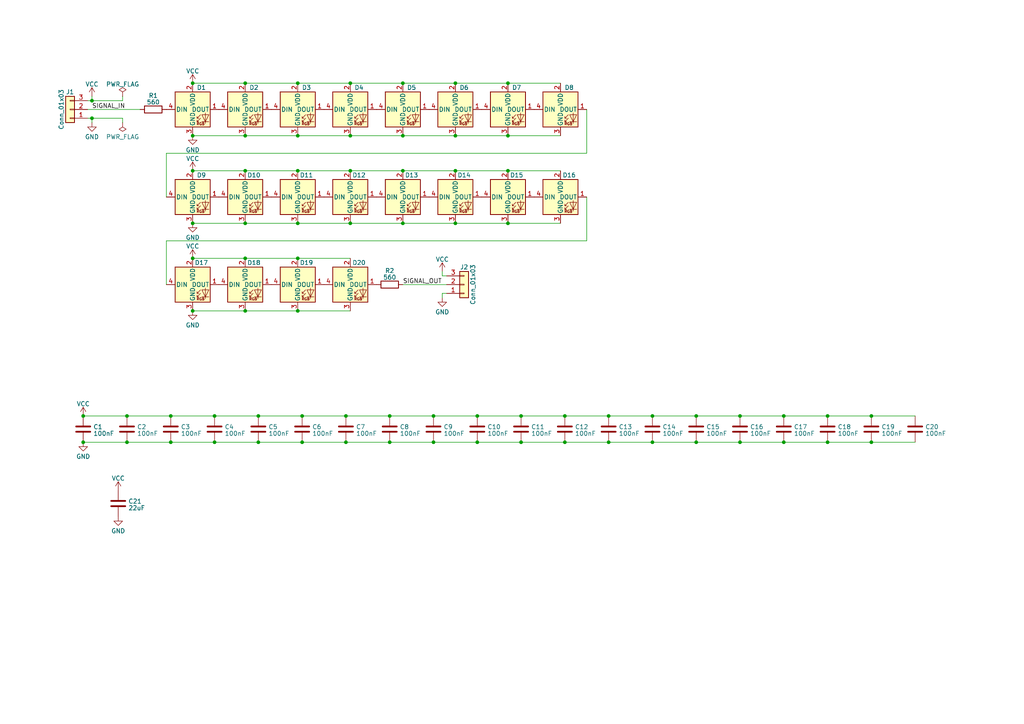
<source format=kicad_sch>
(kicad_sch (version 20230121) (generator eeschema)
  (paper "A4")
  (lib_symbols
    (symbol "Connector_Generic:Conn_01x03" (pin_names (offset 1.016) hide)
      (property "Reference" "J" (at 0 5.08 0))
      (property "Value" "Conn_01x03" (at 0 -5.08 0))
      (symbol "Conn_01x03_1_1"
        (rectangle (start -1.27 -2.413) (end 0 -2.667) (stroke (width 0.1524)))
        (rectangle (start -1.27 0.127) (end 0 -0.127) (stroke (width 0.1524)))
        (rectangle (start -1.27 2.667) (end 0 2.413) (stroke (width 0.1524)))
        (rectangle (start -1.27 3.81) (end 1.27 -3.81) (stroke (width 0.254)) (fill (type background)))
        (pin passive line (at -5.08 2.54 0) (length 3.81) (name "Pin_1") (number "1"))
        (pin passive line (at -5.08 0 0) (length 3.81) (name "Pin_2") (number "2"))
        (pin passive line (at -5.08 -2.54 0) (length 3.81) (name "Pin_3") (number "3"))
      )
    )
    (symbol "Device:C" (pin_numbers hide) (pin_names (offset 0.254))
      (property "Reference" "C" (at 0.635 2.54 0))
      (property "Value" "C" (at 0.635 -2.54 0))
      (symbol "C_0_1"
        (polyline (pts (xy -2.032 -0.762) (xy 2.032 -0.762)) (stroke (width 0.508)))
        (polyline (pts (xy -2.032 0.762) (xy 2.032 0.762)) (stroke (width 0.508)))
      )
      (symbol "C_1_1"
        (pin passive line (at 0 3.81 270) (length 2.794) (name "~") (number "1"))
        (pin passive line (at 0 -3.81 90) (length 2.794) (name "~") (number "2"))
      )
    )
    (symbol "Device:R" (pin_numbers hide) (pin_names (offset 0))
      (property "Reference" "R" (at 2.032 0 90))
      (property "Value" "R" (at 0 0 90))
      (symbol "R_0_1"
        (rectangle (start -1.016 -2.54) (end 1.016 2.54) (stroke (width 0.254)))
      )
      (symbol "R_1_1"
        (pin passive line (at 0 3.81 270) (length 1.27) (name "~") (number "1"))
        (pin passive line (at 0 -3.81 90) (length 1.27) (name "~") (number "2"))
      )
    )
    (symbol "Homebrew:XINGLIGHT-XL-1010RGBC-WS2812B" (pin_names (offset 0.254))
      (property "Reference" "D" (at 5.08 5.715 0))
      (property "Value" "XL-1010RGBC-WS2812B" (at 1.27 -5.715 0))
      (property "LCSC" "C5349953" (at 0 0 0))
      (symbol "XINGLIGHT-XL-1010RGBC-WS2812B_0_0"
        (text "RGB" (at 2.286 -4.191 0) (effects (font (size 0.762 0.762))))
      )
      (symbol "XINGLIGHT-XL-1010RGBC-WS2812B_0_1"
        (polyline (pts (xy 1.27 -3.556) (xy 1.778 -3.556)))
        (polyline (pts (xy 1.27 -2.54) (xy 1.778 -2.54)))
        (polyline (pts (xy 4.699 -3.556) (xy 2.667 -3.556)))
        (polyline (pts (xy 2.286 -2.54) (xy 1.27 -3.556) (xy 1.27 -3.048)))
        (polyline (pts (xy 2.286 -1.524) (xy 1.27 -2.54) (xy 1.27 -2.032)))
        (polyline (pts (xy 3.683 -1.016) (xy 3.683 -3.556) (xy 3.683 -4.064)))
        (polyline (pts (xy 4.699 -1.524) (xy 2.667 -1.524) (xy 3.683 -3.556) (xy 4.699 -1.524)))
        (rectangle (start 5.08 5.08) (end -5.08 -5.08) (stroke (width 0.254)) (fill (type background)))
      )
      (symbol "XINGLIGHT-XL-1010RGBC-WS2812B_1_1"
        (pin output line (at 7.62 0 180) (length 2.54) (name "DOUT") (number "1"))
        (pin power_in line (at 0 7.62 270) (length 2.54) (name "VDD") (number "2"))
        (pin power_in line (at 0 -7.62 90) (length 2.54) (name "GND") (number "3"))
        (pin input line (at -7.62 0 0) (length 2.54) (name "DIN") (number "4"))
      )
    )
    (symbol "power:GND" (power) (pin_names (offset 0))
      (property "Value" "GND" (at 0 -3.81 0))
      (symbol "GND_0_1"
        (polyline (pts (xy 0 0) (xy 0 -1.27) (xy 1.27 -1.27) (xy 0 -2.54) (xy -1.27 -1.27) (xy 0 -1.27)))
      )
      (symbol "GND_1_1"
        (pin power_in line (at 0 0 270) (length 0) hide (name "GND") (number "1"))
      )
    )
    (symbol "power:PWR_FLAG" (power) (pin_numbers hide) (pin_names (offset 0) hide)
      (property "Value" "PWR_FLAG" (at 0 3.81 0))
      (symbol "PWR_FLAG_0_0"
        (pin power_out line (at 0 0 90) (length 0) (name "pwr") (number "1"))
      )
      (symbol "PWR_FLAG_0_1"
        (polyline (pts (xy 0 0) (xy 0 1.27) (xy -1.016 1.905) (xy 0 2.54) (xy 1.016 1.905) (xy 0 1.27)))
      )
    )
    (symbol "power:VCC" (power) (pin_names (offset 0))
      (property "Value" "VCC" (at 0 3.81 0))
      (symbol "VCC_0_1"
        (polyline (pts (xy -0.762 1.27) (xy 0 2.54)))
        (polyline (pts (xy 0 0) (xy 0 2.54)))
        (polyline (pts (xy 0 2.54) (xy 0.762 1.27)))
      )
      (symbol "VCC_1_1"
        (pin power_in line (at 0 0 90) (length 0) hide (name "VCC") (number "1"))
      )
    )
  )
  (junction (at 87.63 128.27))
  (junction (at 201.93 128.27))
  (junction (at 189.23 128.27))
  (junction (at 86.36 49.53))
  (junction (at 240.03 120.65))
  (junction (at 116.84 24.13))
  (junction (at 163.83 120.65))
  (junction (at 36.83 128.27))
  (junction (at 116.84 49.53))
  (junction (at 147.32 39.37))
  (junction (at 24.13 128.27))
  (junction (at 116.84 39.37))
  (junction (at 101.6 64.77))
  (junction (at 71.12 39.37))
  (junction (at 252.73 120.65))
  (junction (at 138.43 120.65))
  (junction (at 101.6 39.37))
  (junction (at 201.93 120.65))
  (junction (at 214.63 120.65))
  (junction (at 163.83 128.27))
  (junction (at 74.93 120.65))
  (junction (at 86.36 90.17))
  (junction (at 55.88 74.93))
  (junction (at 24.13 120.65))
  (junction (at 176.53 128.27))
  (junction (at 36.83 120.65))
  (junction (at 74.93 128.27))
  (junction (at 55.88 49.53))
  (junction (at 132.08 49.53))
  (junction (at 151.13 128.27))
  (junction (at 113.03 120.65))
  (junction (at 86.36 64.77))
  (junction (at 151.13 120.65))
  (junction (at 227.33 120.65))
  (junction (at 87.63 120.65))
  (junction (at 101.6 24.13))
  (junction (at 138.43 128.27))
  (junction (at 26.67 34.29))
  (junction (at 147.32 64.77))
  (junction (at 100.33 120.65))
  (junction (at 189.23 120.65))
  (junction (at 55.88 64.77))
  (junction (at 71.12 64.77))
  (junction (at 125.73 128.27))
  (junction (at 86.36 39.37))
  (junction (at 132.08 24.13))
  (junction (at 55.88 39.37))
  (junction (at 71.12 74.93))
  (junction (at 62.23 128.27))
  (junction (at 49.53 128.27))
  (junction (at 147.32 49.53))
  (junction (at 125.73 120.65))
  (junction (at 100.33 128.27))
  (junction (at 86.36 24.13))
  (junction (at 176.53 120.65))
  (junction (at 71.12 49.53))
  (junction (at 26.67 29.21))
  (junction (at 55.88 24.13))
  (junction (at 71.12 90.17))
  (junction (at 132.08 64.77))
  (junction (at 113.03 128.27))
  (junction (at 101.6 49.53))
  (junction (at 240.03 128.27))
  (junction (at 86.36 74.93))
  (junction (at 49.53 120.65))
  (junction (at 55.88 90.17))
  (junction (at 71.12 24.13))
  (junction (at 252.73 128.27))
  (junction (at 147.32 24.13))
  (junction (at 116.84 64.77))
  (junction (at 132.08 39.37))
  (junction (at 214.63 128.27))
  (junction (at 227.33 128.27))
  (junction (at 62.23 120.65))
  (wire (pts (xy 170.18 44.45) (xy 48.26 44.45)))
  (wire (pts (xy 26.67 34.29) (xy 25.4 34.29)))
  (wire (pts (xy 71.12 24.13) (xy 86.36 24.13)))
  (wire (pts (xy 132.08 39.37) (xy 147.32 39.37)))
  (wire (pts (xy 87.63 120.65) (xy 100.33 120.65)))
  (wire (pts (xy 101.6 24.13) (xy 116.84 24.13)))
  (wire (pts (xy 240.03 120.65) (xy 252.73 120.65)))
  (wire (pts (xy 26.67 29.21) (xy 26.67 27.94)))
  (wire (pts (xy 151.13 120.65) (xy 163.83 120.65)))
  (wire (pts (xy 227.33 128.27) (xy 240.03 128.27)))
  (wire (pts (xy 26.67 35.56) (xy 26.67 34.29)))
  (wire (pts (xy 55.88 39.37) (xy 71.12 39.37)))
  (wire (pts (xy 86.36 74.93) (xy 101.6 74.93)))
  (wire (pts (xy 176.53 128.27) (xy 189.23 128.27)))
  (wire (pts (xy 138.43 128.27) (xy 151.13 128.27)))
  (wire (pts (xy 227.33 120.65) (xy 240.03 120.65)))
  (wire (pts (xy 55.88 74.93) (xy 71.12 74.93)))
  (wire (pts (xy 170.18 57.15) (xy 170.18 69.85)))
  (wire (pts (xy 138.43 120.65) (xy 151.13 120.65)))
  (wire (pts (xy 240.03 128.27) (xy 252.73 128.27)))
  (wire (pts (xy 36.83 120.65) (xy 49.53 120.65)))
  (wire (pts (xy 48.26 44.45) (xy 48.26 57.15)))
  (wire (pts (xy 116.84 64.77) (xy 132.08 64.77)))
  (wire (pts (xy 55.88 49.53) (xy 71.12 49.53)))
  (wire (pts (xy 116.84 49.53) (xy 132.08 49.53)))
  (wire (pts (xy 116.84 24.13) (xy 132.08 24.13)))
  (wire (pts (xy 71.12 49.53) (xy 86.36 49.53)))
  (wire (pts (xy 151.13 128.27) (xy 163.83 128.27)))
  (wire (pts (xy 71.12 64.77) (xy 86.36 64.77)))
  (wire (pts (xy 24.13 128.27) (xy 36.83 128.27)))
  (wire (pts (xy 62.23 128.27) (xy 74.93 128.27)))
  (wire (pts (xy 163.83 128.27) (xy 176.53 128.27)))
  (wire (pts (xy 128.27 85.09) (xy 128.27 86.36)))
  (wire (pts (xy 71.12 90.17) (xy 86.36 90.17)))
  (wire (pts (xy 170.18 31.75) (xy 170.18 44.45)))
  (wire (pts (xy 132.08 64.77) (xy 147.32 64.77)))
  (wire (pts (xy 116.84 39.37) (xy 132.08 39.37)))
  (wire (pts (xy 113.03 120.65) (xy 125.73 120.65)))
  (wire (pts (xy 25.4 31.75) (xy 40.64 31.75)))
  (wire (pts (xy 101.6 49.53) (xy 116.84 49.53)))
  (wire (pts (xy 49.53 120.65) (xy 62.23 120.65)))
  (wire (pts (xy 214.63 120.65) (xy 227.33 120.65)))
  (wire (pts (xy 189.23 128.27) (xy 201.93 128.27)))
  (wire (pts (xy 86.36 39.37) (xy 101.6 39.37)))
  (wire (pts (xy 55.88 90.17) (xy 71.12 90.17)))
  (wire (pts (xy 128.27 80.01) (xy 129.54 80.01)))
  (wire (pts (xy 87.63 128.27) (xy 100.33 128.27)))
  (wire (pts (xy 62.23 120.65) (xy 74.93 120.65)))
  (wire (pts (xy 132.08 49.53) (xy 147.32 49.53)))
  (wire (pts (xy 147.32 49.53) (xy 162.56 49.53)))
  (wire (pts (xy 48.26 69.85) (xy 48.26 82.55)))
  (wire (pts (xy 128.27 78.74) (xy 128.27 80.01)))
  (wire (pts (xy 163.83 120.65) (xy 176.53 120.65)))
  (wire (pts (xy 100.33 128.27) (xy 113.03 128.27)))
  (wire (pts (xy 25.4 29.21) (xy 26.67 29.21)))
  (wire (pts (xy 116.84 82.55) (xy 129.54 82.55)))
  (wire (pts (xy 101.6 39.37) (xy 116.84 39.37)))
  (wire (pts (xy 74.93 128.27) (xy 87.63 128.27)))
  (wire (pts (xy 201.93 120.65) (xy 214.63 120.65)))
  (wire (pts (xy 74.93 120.65) (xy 87.63 120.65)))
  (wire (pts (xy 55.88 64.77) (xy 71.12 64.77)))
  (wire (pts (xy 55.88 24.13) (xy 71.12 24.13)))
  (wire (pts (xy 125.73 128.27) (xy 138.43 128.27)))
  (wire (pts (xy 125.73 120.65) (xy 138.43 120.65)))
  (wire (pts (xy 100.33 120.65) (xy 113.03 120.65)))
  (wire (pts (xy 36.83 128.27) (xy 49.53 128.27)))
  (wire (pts (xy 24.13 120.65) (xy 36.83 120.65)))
  (wire (pts (xy 86.36 49.53) (xy 101.6 49.53)))
  (wire (pts (xy 147.32 39.37) (xy 162.56 39.37)))
  (wire (pts (xy 170.18 69.85) (xy 48.26 69.85)))
  (wire (pts (xy 86.36 24.13) (xy 101.6 24.13)))
  (wire (pts (xy 35.56 34.29) (xy 26.67 34.29)))
  (wire (pts (xy 214.63 128.27) (xy 227.33 128.27)))
  (wire (pts (xy 189.23 120.65) (xy 201.93 120.65)))
  (wire (pts (xy 147.32 64.77) (xy 162.56 64.77)))
  (wire (pts (xy 129.54 85.09) (xy 128.27 85.09)))
  (wire (pts (xy 147.32 24.13) (xy 162.56 24.13)))
  (wire (pts (xy 252.73 120.65) (xy 265.43 120.65)))
  (wire (pts (xy 252.73 128.27) (xy 265.43 128.27)))
  (wire (pts (xy 132.08 24.13) (xy 147.32 24.13)))
  (wire (pts (xy 35.56 35.56) (xy 35.56 34.29)))
  (wire (pts (xy 49.53 128.27) (xy 62.23 128.27)))
  (wire (pts (xy 113.03 128.27) (xy 125.73 128.27)))
  (wire (pts (xy 86.36 90.17) (xy 101.6 90.17)))
  (wire (pts (xy 26.67 29.21) (xy 35.56 29.21)))
  (wire (pts (xy 71.12 74.93) (xy 86.36 74.93)))
  (wire (pts (xy 35.56 29.21) (xy 35.56 27.94)))
  (wire (pts (xy 101.6 64.77) (xy 116.84 64.77)))
  (wire (pts (xy 71.12 39.37) (xy 86.36 39.37)))
  (wire (pts (xy 176.53 120.65) (xy 189.23 120.65)))
  (wire (pts (xy 86.36 64.77) (xy 101.6 64.77)))
  (wire (pts (xy 201.93 128.27) (xy 214.63 128.27)))
  (label "SIGNAL_IN" (at 26.67 31.75 0))
  (label "SIGNAL_OUT" (at 116.84 82.55 0))
  (symbol (lib_id "Device:C") (at 49.53 124.46 0) (unit 1)
    (property "Reference" "C3" (at 52.451 123.8163 0) (effects (justify left)))
    (property "Value" "100nF" (at 52.451 125.7373 0) (effects (justify left)))
    (property "Footprint" "Capacitor_SMD:C_0402_1005Metric" (effects hide))
    (property "LCSC" "C307331" (effects hide))
  )
  (symbol (lib_id "Homebrew:XINGLIGHT-XL-1010RGBC-WS2812B") (at 101.6 31.75 0) (unit 1)
    (property "Reference" "D4" (at 104.14 25.4 0))
    (property "Value" "XL-1010RGBC-WS2812B" (effects hide))
    (property "Footprint" "Homebrew:XINGLIGHT-XL-1010RGBC-WS2812B" (effects hide))
    (property "Datasheet" "https://datasheet.lcsc.com/lcsc/2301111010_XINGLIGHT-XL-1010RGBC-WS2812B_C5349953.pdf" (effects hide))
    (property "LCSC" "C5349953" (effects hide))
  )
  (symbol (lib_id "Device:R") (at 113.03 82.55 90) (unit 1)
    (property "Reference" "R2" (at 113.03 78.5241 90))
    (property "Value" "560" (at 113.03 80.4451 90))
    (property "Footprint" "Resistor_SMD:R_0603_1608Metric_Pad0.98x0.95mm_HandSolder" (effects hide))
    (property "LCSC" "C23204" (effects hide))
  )
  (symbol (lib_id "power:VCC") (at 24.13 120.65 0) (unit 1)
    (property "Reference" "#PWR011" (effects hide))
    (property "Value" "VCC" (at 24.13 117.1481 0))
  )
  (symbol (lib_id "Homebrew:XINGLIGHT-XL-1010RGBC-WS2812B") (at 71.12 57.15 0) (unit 1)
    (property "Reference" "D10" (at 73.66 50.8 0))
    (property "Value" "XL-1010RGBC-WS2812B" (effects hide))
    (property "Footprint" "Homebrew:XINGLIGHT-XL-1010RGBC-WS2812B" (effects hide))
    (property "Datasheet" "https://datasheet.lcsc.com/lcsc/2301111010_XINGLIGHT-XL-1010RGBC-WS2812B_C5349953.pdf" (effects hide))
    (property "LCSC" "C5349953" (effects hide))
  )
  (symbol (lib_id "power:GND") (at 55.88 64.77 0) (unit 1)
    (property "Reference" "#PWR08" (effects hide))
    (property "Value" "GND" (at 55.88 68.9055 0))
  )
  (symbol (lib_id "power:GND") (at 55.88 90.17 0) (unit 1)
    (property "Reference" "#PWR010" (effects hide))
    (property "Value" "GND" (at 55.88 94.3055 0))
  )
  (symbol (lib_id "power:GND") (at 55.88 39.37 0) (unit 1)
    (property "Reference" "#PWR06" (effects hide))
    (property "Value" "GND" (at 55.88 43.5055 0))
  )
  (symbol (lib_id "Homebrew:XINGLIGHT-XL-1010RGBC-WS2812B") (at 132.08 57.15 0) (unit 1)
    (property "Reference" "D14" (at 134.62 50.8 0))
    (property "Value" "XL-1010RGBC-WS2812B" (effects hide))
    (property "Footprint" "Homebrew:XINGLIGHT-XL-1010RGBC-WS2812B" (effects hide))
    (property "Datasheet" "https://datasheet.lcsc.com/lcsc/2301111010_XINGLIGHT-XL-1010RGBC-WS2812B_C5349953.pdf" (effects hide))
    (property "LCSC" "C5349953" (effects hide))
  )
  (symbol (lib_id "Device:C") (at 227.33 124.46 0) (unit 1)
    (property "Reference" "C17" (at 230.251 123.8163 0) (effects (justify left)))
    (property "Value" "100nF" (at 230.251 125.7373 0) (effects (justify left)))
    (property "Footprint" "Capacitor_SMD:C_0402_1005Metric" (effects hide))
    (property "LCSC" "C307331" (effects hide))
  )
  (symbol (lib_id "power:VCC") (at 128.27 78.74 0) (unit 1)
    (property "Reference" "#PWR03" (effects hide))
    (property "Value" "VCC" (at 128.27 75.2381 0))
  )
  (symbol (lib_id "power:GND") (at 24.13 128.27 0) (unit 1)
    (property "Reference" "#PWR012" (effects hide))
    (property "Value" "GND" (at 24.13 132.4055 0))
  )
  (symbol (lib_id "Homebrew:XINGLIGHT-XL-1010RGBC-WS2812B") (at 147.32 57.15 0) (unit 1)
    (property "Reference" "D15" (at 149.86 50.8 0))
    (property "Value" "XL-1010RGBC-WS2812B" (effects hide))
    (property "Footprint" "Homebrew:XINGLIGHT-XL-1010RGBC-WS2812B" (effects hide))
    (property "Datasheet" "https://datasheet.lcsc.com/lcsc/2301111010_XINGLIGHT-XL-1010RGBC-WS2812B_C5349953.pdf" (effects hide))
    (property "LCSC" "C5349953" (effects hide))
  )
  (symbol (lib_id "Device:C") (at 74.93 124.46 0) (unit 1)
    (property "Reference" "C5" (at 77.851 123.8163 0) (effects (justify left)))
    (property "Value" "100nF" (at 77.851 125.7373 0) (effects (justify left)))
    (property "Footprint" "Capacitor_SMD:C_0402_1005Metric" (effects hide))
    (property "LCSC" "C307331" (effects hide))
  )
  (symbol (lib_id "power:PWR_FLAG") (at 35.56 35.56 180) (unit 1)
    (property "Reference" "#FLG02" (effects hide))
    (property "Value" "PWR_FLAG" (at 35.56 39.6955 0))
  )
  (symbol (lib_id "Device:C") (at 138.43 124.46 0) (unit 1)
    (property "Reference" "C10" (at 141.351 123.8163 0) (effects (justify left)))
    (property "Value" "100nF" (at 141.351 125.7373 0) (effects (justify left)))
    (property "Footprint" "Capacitor_SMD:C_0402_1005Metric" (effects hide))
    (property "LCSC" "C307331" (effects hide))
  )
  (symbol (lib_id "Homebrew:XINGLIGHT-XL-1010RGBC-WS2812B") (at 55.88 82.55 0) (unit 1)
    (property "Reference" "D17" (at 58.42 76.2 0))
    (property "Value" "XL-1010RGBC-WS2812B" (effects hide))
    (property "Footprint" "Homebrew:XINGLIGHT-XL-1010RGBC-WS2812B" (effects hide))
    (property "Datasheet" "https://datasheet.lcsc.com/lcsc/2301111010_XINGLIGHT-XL-1010RGBC-WS2812B_C5349953.pdf" (effects hide))
    (property "LCSC" "C5349953" (effects hide))
  )
  (symbol (lib_id "Device:C") (at 34.29 146.05 0) (unit 1)
    (property "Reference" "C21" (at 37.211 145.4063 0) (effects (justify left)))
    (property "Value" "22uF" (at 37.211 147.3273 0) (effects (justify left)))
    (property "Footprint" "Capacitor_SMD:C_0805_2012Metric" (effects hide))
    (property "LCSC" "C45783" (effects hide))
  )
  (symbol (lib_id "power:GND") (at 26.67 35.56 0) (unit 1)
    (property "Reference" "#PWR02" (effects hide))
    (property "Value" "GND" (at 26.67 39.6955 0))
  )
  (symbol (lib_id "Device:C") (at 252.73 124.46 0) (unit 1)
    (property "Reference" "C19" (at 255.651 123.8163 0) (effects (justify left)))
    (property "Value" "100nF" (at 255.651 125.7373 0) (effects (justify left)))
    (property "Footprint" "Capacitor_SMD:C_0402_1005Metric" (effects hide))
    (property "LCSC" "C307331" (effects hide))
  )
  (symbol (lib_id "Device:C") (at 189.23 124.46 0) (unit 1)
    (property "Reference" "C14" (at 192.151 123.8163 0) (effects (justify left)))
    (property "Value" "100nF" (at 192.151 125.7373 0) (effects (justify left)))
    (property "Footprint" "Capacitor_SMD:C_0402_1005Metric" (effects hide))
    (property "LCSC" "C307331" (effects hide))
  )
  (symbol (lib_id "Homebrew:XINGLIGHT-XL-1010RGBC-WS2812B") (at 162.56 31.75 0) (unit 1)
    (property "Reference" "D8" (at 165.1 25.4 0))
    (property "Value" "XL-1010RGBC-WS2812B" (effects hide))
    (property "Footprint" "Homebrew:XINGLIGHT-XL-1010RGBC-WS2812B" (effects hide))
    (property "Datasheet" "https://datasheet.lcsc.com/lcsc/2301111010_XINGLIGHT-XL-1010RGBC-WS2812B_C5349953.pdf" (effects hide))
    (property "LCSC" "C5349953" (effects hide))
  )
  (symbol (lib_id "Connector_Generic:Conn_01x03") (at 20.32 31.75 180) (unit 1)
    (property "Reference" "J1" (at 20.32 26.67 0))
    (property "Value" "Conn_01x03" (at 17.78 31.75 90))
    (property "Footprint" "Connector_PinHeader_2.54mm:PinHeader_1x03_P2.54mm_Vertical" (effects hide))
  )
  (symbol (lib_id "Device:C") (at 24.13 124.46 0) (unit 1)
    (property "Reference" "C1" (at 27.051 123.8163 0) (effects (justify left)))
    (property "Value" "100nF" (at 27.051 125.7373 0) (effects (justify left)))
    (property "Footprint" "Capacitor_SMD:C_0402_1005Metric" (effects hide))
    (property "LCSC" "C307331" (effects hide))
  )
  (symbol (lib_id "power:VCC") (at 34.29 142.24 0) (unit 1)
    (property "Reference" "#PWR013" (effects hide))
    (property "Value" "VCC" (at 34.29 138.7381 0))
  )
  (symbol (lib_id "power:PWR_FLAG") (at 35.56 27.94 0) (unit 1)
    (property "Reference" "#FLG01" (effects hide))
    (property "Value" "PWR_FLAG" (at 35.56 24.4381 0))
  )
  (symbol (lib_id "Device:C") (at 151.13 124.46 0) (unit 1)
    (property "Reference" "C11" (at 154.051 123.8163 0) (effects (justify left)))
    (property "Value" "100nF" (at 154.051 125.7373 0) (effects (justify left)))
    (property "Footprint" "Capacitor_SMD:C_0402_1005Metric" (effects hide))
    (property "LCSC" "C307331" (effects hide))
  )
  (symbol (lib_id "Homebrew:XINGLIGHT-XL-1010RGBC-WS2812B") (at 101.6 82.55 0) (unit 1)
    (property "Reference" "D20" (at 104.14 76.2 0))
    (property "Value" "XL-1010RGBC-WS2812B" (effects hide))
    (property "Footprint" "Homebrew:XINGLIGHT-XL-1010RGBC-WS2812B" (effects hide))
    (property "Datasheet" "https://datasheet.lcsc.com/lcsc/2301111010_XINGLIGHT-XL-1010RGBC-WS2812B_C5349953.pdf" (effects hide))
    (property "LCSC" "C5349953" (effects hide))
  )
  (symbol (lib_id "Homebrew:XINGLIGHT-XL-1010RGBC-WS2812B") (at 101.6 57.15 0) (unit 1)
    (property "Reference" "D12" (at 104.14 50.8 0))
    (property "Value" "XL-1010RGBC-WS2812B" (effects hide))
    (property "Footprint" "Homebrew:XINGLIGHT-XL-1010RGBC-WS2812B" (effects hide))
    (property "Datasheet" "https://datasheet.lcsc.com/lcsc/2301111010_XINGLIGHT-XL-1010RGBC-WS2812B_C5349953.pdf" (effects hide))
    (property "LCSC" "C5349953" (effects hide))
  )
  (symbol (lib_id "Device:C") (at 125.73 124.46 0) (unit 1)
    (property "Reference" "C9" (at 128.651 123.8163 0) (effects (justify left)))
    (property "Value" "100nF" (at 128.651 125.7373 0) (effects (justify left)))
    (property "Footprint" "Capacitor_SMD:C_0402_1005Metric" (effects hide))
    (property "LCSC" "C307331" (effects hide))
  )
  (symbol (lib_id "Connector_Generic:Conn_01x03") (at 134.62 82.55 0) (mirror x) (unit 1)
    (property "Reference" "J2" (at 134.62 77.47 0))
    (property "Value" "Conn_01x03" (at 137.16 82.55 90))
    (property "Footprint" "Connector_PinHeader_2.54mm:PinHeader_1x03_P2.54mm_Vertical" (effects hide))
  )
  (symbol (lib_id "Homebrew:XINGLIGHT-XL-1010RGBC-WS2812B") (at 55.88 31.75 0) (unit 1)
    (property "Reference" "D1" (at 58.42 25.4 0))
    (property "Value" "XL-1010RGBC-WS2812B" (effects hide))
    (property "Footprint" "Homebrew:XINGLIGHT-XL-1010RGBC-WS2812B" (effects hide))
    (property "Datasheet" "https://datasheet.lcsc.com/lcsc/2301111010_XINGLIGHT-XL-1010RGBC-WS2812B_C5349953.pdf" (effects hide))
    (property "LCSC" "C5349953" (effects hide))
  )
  (symbol (lib_id "power:GND") (at 128.27 86.36 0) (unit 1)
    (property "Reference" "#PWR04" (effects hide))
    (property "Value" "GND" (at 128.27 90.4955 0))
  )
  (symbol (lib_id "Device:C") (at 163.83 124.46 0) (unit 1)
    (property "Reference" "C12" (at 166.751 123.8163 0) (effects (justify left)))
    (property "Value" "100nF" (at 166.751 125.7373 0) (effects (justify left)))
    (property "Footprint" "Capacitor_SMD:C_0402_1005Metric" (effects hide))
    (property "LCSC" "C307331" (effects hide))
  )
  (symbol (lib_id "Homebrew:XINGLIGHT-XL-1010RGBC-WS2812B") (at 162.56 57.15 0) (unit 1)
    (property "Reference" "D16" (at 165.1 50.8 0))
    (property "Value" "XL-1010RGBC-WS2812B" (effects hide))
    (property "Footprint" "Homebrew:XINGLIGHT-XL-1010RGBC-WS2812B" (effects hide))
    (property "Datasheet" "https://datasheet.lcsc.com/lcsc/2301111010_XINGLIGHT-XL-1010RGBC-WS2812B_C5349953.pdf" (effects hide))
    (property "LCSC" "C5349953" (effects hide))
  )
  (symbol (lib_id "power:VCC") (at 55.88 49.53 0) (unit 1)
    (property "Reference" "#PWR07" (effects hide))
    (property "Value" "VCC" (at 55.88 46.0281 0))
  )
  (symbol (lib_id "Homebrew:XINGLIGHT-XL-1010RGBC-WS2812B") (at 116.84 31.75 0) (unit 1)
    (property "Reference" "D5" (at 119.38 25.4 0))
    (property "Value" "XL-1010RGBC-WS2812B" (effects hide))
    (property "Footprint" "Homebrew:XINGLIGHT-XL-1010RGBC-WS2812B" (effects hide))
    (property "Datasheet" "https://datasheet.lcsc.com/lcsc/2301111010_XINGLIGHT-XL-1010RGBC-WS2812B_C5349953.pdf" (effects hide))
    (property "LCSC" "C5349953" (effects hide))
  )
  (symbol (lib_id "Homebrew:XINGLIGHT-XL-1010RGBC-WS2812B") (at 55.88 57.15 0) (unit 1)
    (property "Reference" "D9" (at 58.42 50.8 0))
    (property "Value" "XL-1010RGBC-WS2812B" (effects hide))
    (property "Footprint" "Homebrew:XINGLIGHT-XL-1010RGBC-WS2812B" (effects hide))
    (property "Datasheet" "https://datasheet.lcsc.com/lcsc/2301111010_XINGLIGHT-XL-1010RGBC-WS2812B_C5349953.pdf" (effects hide))
    (property "LCSC" "C5349953" (effects hide))
  )
  (symbol (lib_id "Device:C") (at 201.93 124.46 0) (unit 1)
    (property "Reference" "C15" (at 204.851 123.8163 0) (effects (justify left)))
    (property "Value" "100nF" (at 204.851 125.7373 0) (effects (justify left)))
    (property "Footprint" "Capacitor_SMD:C_0402_1005Metric" (effects hide))
    (property "LCSC" "C307331" (effects hide))
  )
  (symbol (lib_id "Device:C") (at 87.63 124.46 0) (unit 1)
    (property "Reference" "C6" (at 90.551 123.8163 0) (effects (justify left)))
    (property "Value" "100nF" (at 90.551 125.7373 0) (effects (justify left)))
    (property "Footprint" "Capacitor_SMD:C_0402_1005Metric" (effects hide))
    (property "LCSC" "C307331" (effects hide))
  )
  (symbol (lib_id "Device:C") (at 240.03 124.46 0) (unit 1)
    (property "Reference" "C18" (at 242.951 123.8163 0) (effects (justify left)))
    (property "Value" "100nF" (at 242.951 125.7373 0) (effects (justify left)))
    (property "Footprint" "Capacitor_SMD:C_0402_1005Metric" (effects hide))
    (property "LCSC" "C307331" (effects hide))
  )
  (symbol (lib_id "Device:C") (at 214.63 124.46 0) (unit 1)
    (property "Reference" "C16" (at 217.551 123.8163 0) (effects (justify left)))
    (property "Value" "100nF" (at 217.551 125.7373 0) (effects (justify left)))
    (property "Footprint" "Capacitor_SMD:C_0402_1005Metric" (effects hide))
    (property "LCSC" "C307331" (effects hide))
  )
  (symbol (lib_id "Device:C") (at 36.83 124.46 0) (unit 1)
    (property "Reference" "C2" (at 39.751 123.8163 0) (effects (justify left)))
    (property "Value" "100nF" (at 39.751 125.7373 0) (effects (justify left)))
    (property "Footprint" "Capacitor_SMD:C_0402_1005Metric" (effects hide))
    (property "LCSC" "C307331" (effects hide))
  )
  (symbol (lib_id "Homebrew:XINGLIGHT-XL-1010RGBC-WS2812B") (at 71.12 31.75 0) (unit 1)
    (property "Reference" "D2" (at 73.66 25.4 0))
    (property "Value" "XL-1010RGBC-WS2812B" (effects hide))
    (property "Footprint" "Homebrew:XINGLIGHT-XL-1010RGBC-WS2812B" (effects hide))
    (property "Datasheet" "https://datasheet.lcsc.com/lcsc/2301111010_XINGLIGHT-XL-1010RGBC-WS2812B_C5349953.pdf" (effects hide))
    (property "LCSC" "C5349953" (effects hide))
  )
  (symbol (lib_id "Homebrew:XINGLIGHT-XL-1010RGBC-WS2812B") (at 86.36 31.75 0) (unit 1)
    (property "Reference" "D3" (at 88.9 25.4 0))
    (property "Value" "XL-1010RGBC-WS2812B" (effects hide))
    (property "Footprint" "Homebrew:XINGLIGHT-XL-1010RGBC-WS2812B" (effects hide))
    (property "Datasheet" "https://datasheet.lcsc.com/lcsc/2301111010_XINGLIGHT-XL-1010RGBC-WS2812B_C5349953.pdf" (effects hide))
    (property "LCSC" "C5349953" (effects hide))
  )
  (symbol (lib_id "power:VCC") (at 55.88 74.93 0) (unit 1)
    (property "Reference" "#PWR09" (effects hide))
    (property "Value" "VCC" (at 55.88 71.4281 0))
  )
  (symbol (lib_id "Homebrew:XINGLIGHT-XL-1010RGBC-WS2812B") (at 71.12 82.55 0) (unit 1)
    (property "Reference" "D18" (at 73.66 76.2 0))
    (property "Value" "XL-1010RGBC-WS2812B" (effects hide))
    (property "Footprint" "Homebrew:XINGLIGHT-XL-1010RGBC-WS2812B" (effects hide))
    (property "Datasheet" "https://datasheet.lcsc.com/lcsc/2301111010_XINGLIGHT-XL-1010RGBC-WS2812B_C5349953.pdf" (effects hide))
    (property "LCSC" "C5349953" (effects hide))
  )
  (symbol (lib_id "Device:C") (at 176.53 124.46 0) (unit 1)
    (property "Reference" "C13" (at 179.451 123.8163 0) (effects (justify left)))
    (property "Value" "100nF" (at 179.451 125.7373 0) (effects (justify left)))
    (property "Footprint" "Capacitor_SMD:C_0402_1005Metric" (effects hide))
    (property "LCSC" "C307331" (effects hide))
  )
  (symbol (lib_id "Homebrew:XINGLIGHT-XL-1010RGBC-WS2812B") (at 147.32 31.75 0) (unit 1)
    (property "Reference" "D7" (at 149.86 25.4 0))
    (property "Value" "XL-1010RGBC-WS2812B" (effects hide))
    (property "Footprint" "Homebrew:XINGLIGHT-XL-1010RGBC-WS2812B" (effects hide))
    (property "Datasheet" "https://datasheet.lcsc.com/lcsc/2301111010_XINGLIGHT-XL-1010RGBC-WS2812B_C5349953.pdf" (effects hide))
    (property "LCSC" "C5349953" (effects hide))
  )
  (symbol (lib_id "power:GND") (at 34.29 149.86 0) (unit 1)
    (property "Reference" "#PWR014" (effects hide))
    (property "Value" "GND" (at 34.29 153.9955 0))
  )
  (symbol (lib_id "power:VCC") (at 26.67 27.94 0) (unit 1)
    (property "Reference" "#PWR01" (effects hide))
    (property "Value" "VCC" (at 26.67 24.4381 0))
  )
  (symbol (lib_id "Homebrew:XINGLIGHT-XL-1010RGBC-WS2812B") (at 86.36 57.15 0) (unit 1)
    (property "Reference" "D11" (at 88.9 50.8 0))
    (property "Value" "XL-1010RGBC-WS2812B" (effects hide))
    (property "Footprint" "Homebrew:XINGLIGHT-XL-1010RGBC-WS2812B" (effects hide))
    (property "Datasheet" "https://datasheet.lcsc.com/lcsc/2301111010_XINGLIGHT-XL-1010RGBC-WS2812B_C5349953.pdf" (effects hide))
    (property "LCSC" "C5349953" (effects hide))
  )
  (symbol (lib_id "Device:R") (at 44.45 31.75 90) (unit 1)
    (property "Reference" "R1" (at 44.45 27.7241 90))
    (property "Value" "560" (at 44.45 29.6451 90))
    (property "Footprint" "Resistor_SMD:R_0603_1608Metric_Pad0.98x0.95mm_HandSolder" (effects hide))
    (property "LCSC" "C23204" (effects hide))
  )
  (symbol (lib_id "power:VCC") (at 55.88 24.13 0) (unit 1)
    (property "Reference" "#PWR05" (effects hide))
    (property "Value" "VCC" (at 55.88 20.6281 0))
  )
  (symbol (lib_id "Device:C") (at 265.43 124.46 0) (unit 1)
    (property "Reference" "C20" (at 268.351 123.8163 0) (effects (justify left)))
    (property "Value" "100nF" (at 268.351 125.7373 0) (effects (justify left)))
    (property "Footprint" "Capacitor_SMD:C_0402_1005Metric" (effects hide))
    (property "LCSC" "C307331" (effects hide))
  )
  (symbol (lib_id "Homebrew:XINGLIGHT-XL-1010RGBC-WS2812B") (at 132.08 31.75 0) (unit 1)
    (property "Reference" "D6" (at 134.62 25.4 0))
    (property "Value" "XL-1010RGBC-WS2812B" (effects hide))
    (property "Footprint" "Homebrew:XINGLIGHT-XL-1010RGBC-WS2812B" (effects hide))
    (property "Datasheet" "https://datasheet.lcsc.com/lcsc/2301111010_XINGLIGHT-XL-1010RGBC-WS2812B_C5349953.pdf" (effects hide))
    (property "LCSC" "C5349953" (effects hide))
  )
  (symbol (lib_id "Homebrew:XINGLIGHT-XL-1010RGBC-WS2812B") (at 86.36 82.55 0) (unit 1)
    (property "Reference" "D19" (at 88.9 76.2 0))
    (property "Value" "XL-1010RGBC-WS2812B" (effects hide))
    (property "Footprint" "Homebrew:XINGLIGHT-XL-1010RGBC-WS2812B" (effects hide))
    (property "Datasheet" "https://datasheet.lcsc.com/lcsc/2301111010_XINGLIGHT-XL-1010RGBC-WS2812B_C5349953.pdf" (effects hide))
    (property "LCSC" "C5349953" (effects hide))
  )
  (symbol (lib_id "Device:C") (at 113.03 124.46 0) (unit 1)
    (property "Reference" "C8" (at 115.951 123.8163 0) (effects (justify left)))
    (property "Value" "100nF" (at 115.951 125.7373 0) (effects (justify left)))
    (property "Footprint" "Capacitor_SMD:C_0402_1005Metric" (effects hide))
    (property "LCSC" "C307331" (effects hide))
  )
  (symbol (lib_id "Homebrew:XINGLIGHT-XL-1010RGBC-WS2812B") (at 116.84 57.15 0) (unit 1)
    (property "Reference" "D13" (at 119.38 50.8 0))
    (property "Value" "XL-1010RGBC-WS2812B" (effects hide))
    (property "Footprint" "Homebrew:XINGLIGHT-XL-1010RGBC-WS2812B" (effects hide))
    (property "Datasheet" "https://datasheet.lcsc.com/lcsc/2301111010_XINGLIGHT-XL-1010RGBC-WS2812B_C5349953.pdf" (effects hide))
    (property "LCSC" "C5349953" (effects hide))
  )
  (symbol (lib_id "Device:C") (at 62.23 124.46 0) (unit 1)
    (property "Reference" "C4" (at 65.151 123.8163 0) (effects (justify left)))
    (property "Value" "100nF" (at 65.151 125.7373 0) (effects (justify left)))
    (property "Footprint" "Capacitor_SMD:C_0402_1005Metric" (effects hide))
    (property "LCSC" "C307331" (effects hide))
  )
  (symbol (lib_id "Device:C") (at 100.33 124.46 0) (unit 1)
    (property "Reference" "C7" (at 103.251 123.8163 0) (effects (justify left)))
    (property "Value" "100nF" (at 103.251 125.7373 0) (effects (justify left)))
    (property "Footprint" "Capacitor_SMD:C_0402_1005Metric" (effects hide))
    (property "LCSC" "C307331" (effects hide))
  )
)
</source>
